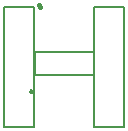
<source format=gto>
G04 Layer_Color=65535*
%FSLAX25Y25*%
%MOIN*%
G70*
G01*
G75*
%ADD11C,0.01500*%
%ADD14C,0.00984*%
%ADD15C,0.00787*%
D11*
X-23500Y35500D02*
X-23000Y35000D01*
D14*
X-25354Y6748D02*
G03*
X-25354Y6748I-492J0D01*
G01*
D15*
X-35000Y35000D02*
X-25000D01*
Y-5000D02*
Y35000D01*
X-35000Y-5000D02*
Y35000D01*
Y-5000D02*
X-25000D01*
X-24843Y12063D02*
X-5158D01*
X-24843Y19937D02*
X-5158D01*
X-24843Y12063D02*
Y19937D01*
X-5158Y12063D02*
Y19937D01*
X-5000Y35000D02*
X5000D01*
Y-5000D02*
Y35000D01*
X-5000Y-5000D02*
Y35000D01*
Y-5000D02*
X5000D01*
M02*

</source>
